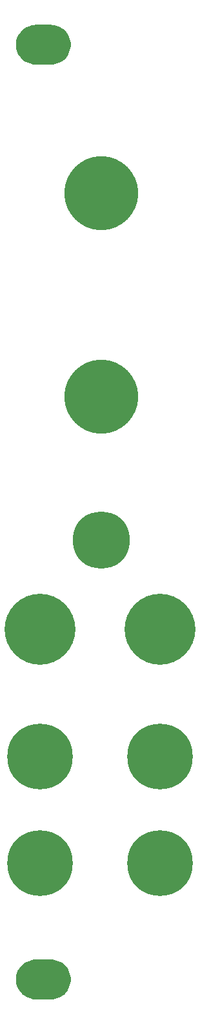
<source format=gbr>
G04 #@! TF.GenerationSoftware,KiCad,Pcbnew,(5.1.4)-1*
G04 #@! TF.CreationDate,2019-09-21T23:51:01+02:00*
G04 #@! TF.ProjectId,PolivoksVCF_panel,506f6c69-766f-46b7-9356-43465f70616e,rev?*
G04 #@! TF.SameCoordinates,Original*
G04 #@! TF.FileFunction,Copper,L2,Bot*
G04 #@! TF.FilePolarity,Positive*
%FSLAX46Y46*%
G04 Gerber Fmt 4.6, Leading zero omitted, Abs format (unit mm)*
G04 Created by KiCad (PCBNEW (5.1.4)-1) date 2019-09-21 23:51:01*
%MOMM*%
%LPD*%
G04 APERTURE LIST*
%ADD10C,0.100000*%
%ADD11C,5.200000*%
%ADD12C,9.300000*%
%ADD13C,8.600000*%
%ADD14C,7.500000*%
%ADD15C,9.700000*%
G04 APERTURE END LIST*
D10*
G36*
X26754845Y-143112519D02*
G01*
X27007235Y-143149957D01*
X27254740Y-143211954D01*
X27494977Y-143297912D01*
X27725632Y-143407004D01*
X27944483Y-143538178D01*
X28149423Y-143690172D01*
X28338478Y-143861521D01*
X28509827Y-144050576D01*
X28661821Y-144255516D01*
X28792995Y-144474367D01*
X28902087Y-144705022D01*
X28988045Y-144945259D01*
X29050042Y-145192764D01*
X29087480Y-145445154D01*
X29100000Y-145699999D01*
X29100000Y-145700001D01*
X29087480Y-145954846D01*
X29050042Y-146207236D01*
X28988045Y-146454741D01*
X28902087Y-146694978D01*
X28792995Y-146925633D01*
X28661821Y-147144484D01*
X28509827Y-147349424D01*
X28338478Y-147538479D01*
X28149423Y-147709828D01*
X27944483Y-147861822D01*
X27725632Y-147992996D01*
X27494977Y-148102088D01*
X27254740Y-148188046D01*
X27007235Y-148250043D01*
X26754845Y-148287481D01*
X26500000Y-148300001D01*
X24500000Y-148300001D01*
X24245155Y-148287481D01*
X23992765Y-148250043D01*
X23745260Y-148188046D01*
X23505023Y-148102088D01*
X23274368Y-147992996D01*
X23055517Y-147861822D01*
X22850577Y-147709828D01*
X22661522Y-147538479D01*
X22490173Y-147349424D01*
X22338179Y-147144484D01*
X22207005Y-146925633D01*
X22097913Y-146694978D01*
X22011955Y-146454741D01*
X21949958Y-146207236D01*
X21912520Y-145954846D01*
X21900000Y-145700001D01*
X21900000Y-145699999D01*
X21912520Y-145445154D01*
X21949958Y-145192764D01*
X22011955Y-144945259D01*
X22097913Y-144705022D01*
X22207005Y-144474367D01*
X22338179Y-144255516D01*
X22490173Y-144050576D01*
X22661522Y-143861521D01*
X22850577Y-143690172D01*
X23055517Y-143538178D01*
X23274368Y-143407004D01*
X23505023Y-143297912D01*
X23745260Y-143211954D01*
X23992765Y-143149957D01*
X24245155Y-143112519D01*
X24500000Y-143099999D01*
X26500000Y-143099999D01*
X26754845Y-143112519D01*
X26754845Y-143112519D01*
G37*
D11*
X25500000Y-145700000D03*
D10*
G36*
X26754845Y-20612519D02*
G01*
X27007235Y-20649957D01*
X27254740Y-20711954D01*
X27494977Y-20797912D01*
X27725632Y-20907004D01*
X27944483Y-21038178D01*
X28149423Y-21190172D01*
X28338478Y-21361521D01*
X28509827Y-21550576D01*
X28661821Y-21755516D01*
X28792995Y-21974367D01*
X28902087Y-22205022D01*
X28988045Y-22445259D01*
X29050042Y-22692764D01*
X29087480Y-22945154D01*
X29100000Y-23199999D01*
X29100000Y-23200001D01*
X29087480Y-23454846D01*
X29050042Y-23707236D01*
X28988045Y-23954741D01*
X28902087Y-24194978D01*
X28792995Y-24425633D01*
X28661821Y-24644484D01*
X28509827Y-24849424D01*
X28338478Y-25038479D01*
X28149423Y-25209828D01*
X27944483Y-25361822D01*
X27725632Y-25492996D01*
X27494977Y-25602088D01*
X27254740Y-25688046D01*
X27007235Y-25750043D01*
X26754845Y-25787481D01*
X26500000Y-25800001D01*
X24500000Y-25800001D01*
X24245155Y-25787481D01*
X23992765Y-25750043D01*
X23745260Y-25688046D01*
X23505023Y-25602088D01*
X23274368Y-25492996D01*
X23055517Y-25361822D01*
X22850577Y-25209828D01*
X22661522Y-25038479D01*
X22490173Y-24849424D01*
X22338179Y-24644484D01*
X22207005Y-24425633D01*
X22097913Y-24194978D01*
X22011955Y-23954741D01*
X21949958Y-23707236D01*
X21912520Y-23454846D01*
X21900000Y-23200001D01*
X21900000Y-23199999D01*
X21912520Y-22945154D01*
X21949958Y-22692764D01*
X22011955Y-22445259D01*
X22097913Y-22205022D01*
X22207005Y-21974367D01*
X22338179Y-21755516D01*
X22490173Y-21550576D01*
X22661522Y-21361521D01*
X22850577Y-21190172D01*
X23055517Y-21038178D01*
X23274368Y-20907004D01*
X23505023Y-20797912D01*
X23745260Y-20711954D01*
X23992765Y-20649957D01*
X24245155Y-20612519D01*
X24500000Y-20599999D01*
X26500000Y-20599999D01*
X26754845Y-20612519D01*
X26754845Y-20612519D01*
G37*
D11*
X25500000Y-23200000D03*
D12*
X40832280Y-99775100D03*
D13*
X25084117Y-130470999D03*
X40832117Y-130470999D03*
X40832117Y-116500999D03*
X25084117Y-116500999D03*
D12*
X25084280Y-99775100D03*
D14*
X33085280Y-88096180D03*
D15*
X33085280Y-69295100D03*
X33085280Y-42625100D03*
M02*

</source>
